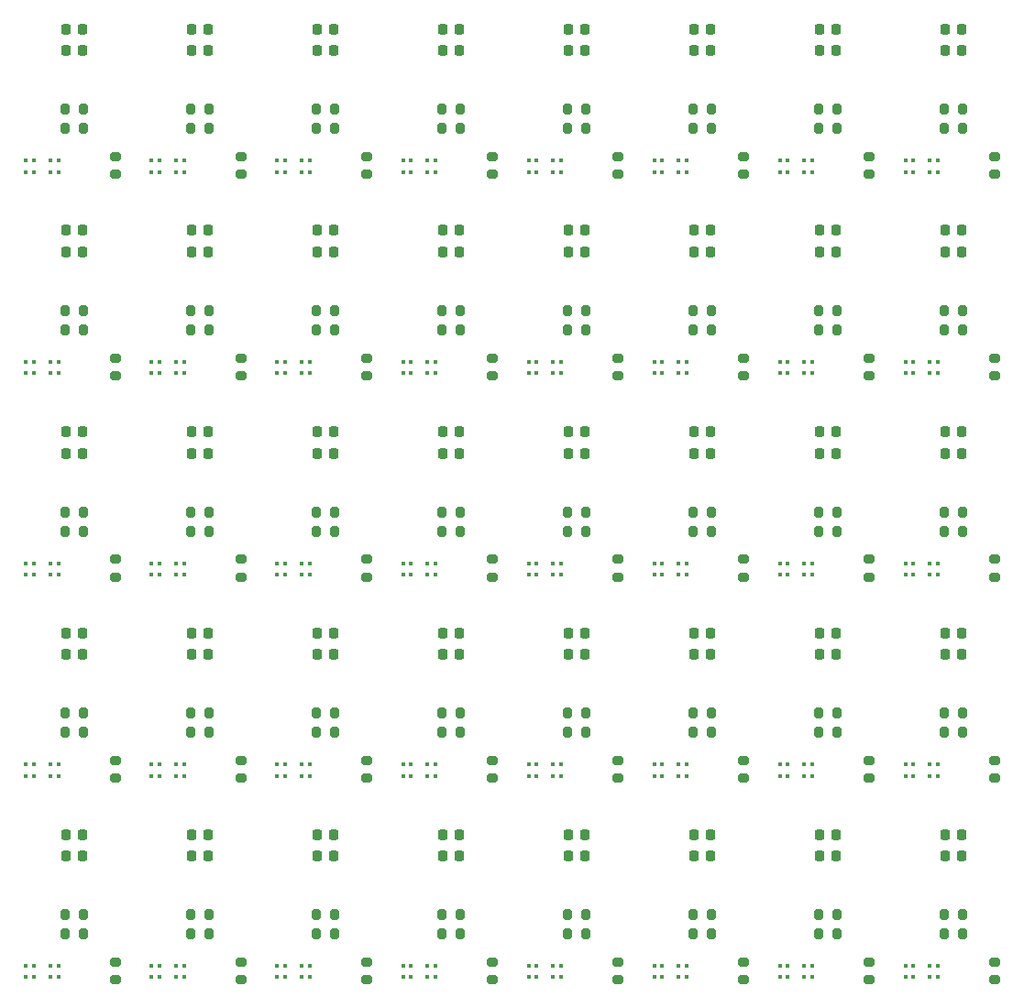
<source format=gbr>
%TF.GenerationSoftware,KiCad,Pcbnew,8.0.8*%
%TF.CreationDate,2025-03-09T21:38:22+09:00*%
%TF.ProjectId,panelized,70616e65-6c69-47a6-9564-2e6b69636164,rev?*%
%TF.SameCoordinates,Original*%
%TF.FileFunction,Paste,Bot*%
%TF.FilePolarity,Positive*%
%FSLAX46Y46*%
G04 Gerber Fmt 4.6, Leading zero omitted, Abs format (unit mm)*
G04 Created by KiCad (PCBNEW 8.0.8) date 2025-03-09 21:38:22*
%MOMM*%
%LPD*%
G01*
G04 APERTURE LIST*
G04 Aperture macros list*
%AMRoundRect*
0 Rectangle with rounded corners*
0 $1 Rounding radius*
0 $2 $3 $4 $5 $6 $7 $8 $9 X,Y pos of 4 corners*
0 Add a 4 corners polygon primitive as box body*
4,1,4,$2,$3,$4,$5,$6,$7,$8,$9,$2,$3,0*
0 Add four circle primitives for the rounded corners*
1,1,$1+$1,$2,$3*
1,1,$1+$1,$4,$5*
1,1,$1+$1,$6,$7*
1,1,$1+$1,$8,$9*
0 Add four rect primitives between the rounded corners*
20,1,$1+$1,$2,$3,$4,$5,0*
20,1,$1+$1,$4,$5,$6,$7,0*
20,1,$1+$1,$6,$7,$8,$9,0*
20,1,$1+$1,$8,$9,$2,$3,0*%
G04 Aperture macros list end*
%ADD10RoundRect,0.079500X0.079500X0.100500X-0.079500X0.100500X-0.079500X-0.100500X0.079500X-0.100500X0*%
%ADD11RoundRect,0.225000X-0.225000X-0.250000X0.225000X-0.250000X0.225000X0.250000X-0.225000X0.250000X0*%
%ADD12RoundRect,0.200000X0.200000X0.275000X-0.200000X0.275000X-0.200000X-0.275000X0.200000X-0.275000X0*%
%ADD13RoundRect,0.200000X0.275000X-0.200000X0.275000X0.200000X-0.275000X0.200000X-0.275000X-0.200000X0*%
%ADD14RoundRect,0.225000X0.225000X0.250000X-0.225000X0.250000X-0.225000X-0.250000X0.225000X-0.250000X0*%
G04 APERTURE END LIST*
D10*
%TO.C,JP3*%
X1745000Y-15850000D03*
X1055000Y-15850000D03*
%TD*%
D11*
%TO.C,C1*%
X39525000Y-24300000D03*
X41075000Y-24300000D03*
%TD*%
D10*
%TO.C,JP3*%
X59745000Y-15850000D03*
X59055000Y-15850000D03*
%TD*%
%TO.C,JP3*%
X36545000Y-53050000D03*
X35855000Y-53050000D03*
%TD*%
D12*
%TO.C,R3*%
X6325000Y-11100000D03*
X4675000Y-11100000D03*
%TD*%
D10*
%TO.C,JP3*%
X82945000Y-15850000D03*
X82255000Y-15850000D03*
%TD*%
D12*
%TO.C,R3*%
X52725000Y-29700000D03*
X51075000Y-29700000D03*
%TD*%
D11*
%TO.C,C1*%
X16325000Y-5700000D03*
X17875000Y-5700000D03*
%TD*%
D10*
%TO.C,JP2*%
X4025000Y-72700000D03*
X3335000Y-72700000D03*
%TD*%
D12*
%TO.C,R3*%
X75925000Y-11100000D03*
X74275000Y-11100000D03*
%TD*%
D10*
%TO.C,JP4*%
X13345000Y-91300000D03*
X12655000Y-91300000D03*
%TD*%
%TO.C,JP4*%
X82945000Y-35500000D03*
X82255000Y-35500000D03*
%TD*%
D12*
%TO.C,R1*%
X87525000Y-87300000D03*
X85875000Y-87300000D03*
%TD*%
%TO.C,R1*%
X64325000Y-68700000D03*
X62675000Y-68700000D03*
%TD*%
D10*
%TO.C,JP2*%
X50425000Y-16900000D03*
X49735000Y-16900000D03*
%TD*%
%TO.C,JP1*%
X62025000Y-53050000D03*
X61335000Y-53050000D03*
%TD*%
D12*
%TO.C,R1*%
X64325000Y-50100000D03*
X62675000Y-50100000D03*
%TD*%
D10*
%TO.C,JP1*%
X50425000Y-53050000D03*
X49735000Y-53050000D03*
%TD*%
D12*
%TO.C,R1*%
X17925000Y-12900000D03*
X16275000Y-12900000D03*
%TD*%
%TO.C,R1*%
X17925000Y-87300000D03*
X16275000Y-87300000D03*
%TD*%
D13*
%TO.C,R2*%
X9300000Y-17125000D03*
X9300000Y-15475000D03*
%TD*%
D10*
%TO.C,JP2*%
X73625000Y-35500000D03*
X72935000Y-35500000D03*
%TD*%
%TO.C,JP4*%
X1745000Y-72700000D03*
X1055000Y-72700000D03*
%TD*%
D11*
%TO.C,C1*%
X16325000Y-24300000D03*
X17875000Y-24300000D03*
%TD*%
D10*
%TO.C,JP1*%
X73625000Y-34450000D03*
X72935000Y-34450000D03*
%TD*%
%TO.C,JP4*%
X36545000Y-91300000D03*
X35855000Y-91300000D03*
%TD*%
D14*
%TO.C,C2*%
X6275000Y-22300000D03*
X4725000Y-22300000D03*
%TD*%
D12*
%TO.C,R3*%
X29525000Y-11100000D03*
X27875000Y-11100000D03*
%TD*%
D13*
%TO.C,R2*%
X78900000Y-91525000D03*
X78900000Y-89875000D03*
%TD*%
D10*
%TO.C,JP2*%
X38825000Y-91300000D03*
X38135000Y-91300000D03*
%TD*%
D13*
%TO.C,R2*%
X78900000Y-54325000D03*
X78900000Y-52675000D03*
%TD*%
D10*
%TO.C,JP4*%
X24945000Y-72700000D03*
X24255000Y-72700000D03*
%TD*%
D13*
%TO.C,R2*%
X55700000Y-91525000D03*
X55700000Y-89875000D03*
%TD*%
D10*
%TO.C,JP3*%
X13345000Y-15850000D03*
X12655000Y-15850000D03*
%TD*%
%TO.C,JP2*%
X15625000Y-91300000D03*
X14935000Y-91300000D03*
%TD*%
%TO.C,JP4*%
X36545000Y-72700000D03*
X35855000Y-72700000D03*
%TD*%
%TO.C,JP3*%
X71345000Y-53050000D03*
X70655000Y-53050000D03*
%TD*%
D13*
%TO.C,R2*%
X78900000Y-72925000D03*
X78900000Y-71275000D03*
%TD*%
D11*
%TO.C,C1*%
X51125000Y-24300000D03*
X52675000Y-24300000D03*
%TD*%
D14*
%TO.C,C2*%
X17875000Y-22300000D03*
X16325000Y-22300000D03*
%TD*%
D10*
%TO.C,JP3*%
X24945000Y-34450000D03*
X24255000Y-34450000D03*
%TD*%
%TO.C,JP3*%
X1745000Y-90250000D03*
X1055000Y-90250000D03*
%TD*%
D13*
%TO.C,R2*%
X44100000Y-72925000D03*
X44100000Y-71275000D03*
%TD*%
D12*
%TO.C,R1*%
X29525000Y-12900000D03*
X27875000Y-12900000D03*
%TD*%
D10*
%TO.C,JP1*%
X62025000Y-34450000D03*
X61335000Y-34450000D03*
%TD*%
%TO.C,JP4*%
X59745000Y-91300000D03*
X59055000Y-91300000D03*
%TD*%
%TO.C,JP4*%
X24945000Y-35500000D03*
X24255000Y-35500000D03*
%TD*%
D11*
%TO.C,C1*%
X85925000Y-5700000D03*
X87475000Y-5700000D03*
%TD*%
D10*
%TO.C,JP3*%
X24945000Y-71650000D03*
X24255000Y-71650000D03*
%TD*%
D12*
%TO.C,R1*%
X17925000Y-68700000D03*
X16275000Y-68700000D03*
%TD*%
D14*
%TO.C,C2*%
X87475000Y-40900000D03*
X85925000Y-40900000D03*
%TD*%
D10*
%TO.C,JP3*%
X24945000Y-15850000D03*
X24255000Y-15850000D03*
%TD*%
%TO.C,JP1*%
X85225000Y-15850000D03*
X84535000Y-15850000D03*
%TD*%
D11*
%TO.C,C1*%
X4725000Y-5700000D03*
X6275000Y-5700000D03*
%TD*%
D10*
%TO.C,JP1*%
X15625000Y-71650000D03*
X14935000Y-71650000D03*
%TD*%
%TO.C,JP2*%
X4025000Y-35500000D03*
X3335000Y-35500000D03*
%TD*%
%TO.C,JP4*%
X48145000Y-35500000D03*
X47455000Y-35500000D03*
%TD*%
D13*
%TO.C,R2*%
X55700000Y-35725000D03*
X55700000Y-34075000D03*
%TD*%
D12*
%TO.C,R3*%
X87525000Y-11100000D03*
X85875000Y-11100000D03*
%TD*%
%TO.C,R3*%
X41125000Y-66900000D03*
X39475000Y-66900000D03*
%TD*%
D10*
%TO.C,JP3*%
X36545000Y-34450000D03*
X35855000Y-34450000D03*
%TD*%
%TO.C,JP2*%
X62025000Y-54100000D03*
X61335000Y-54100000D03*
%TD*%
D13*
%TO.C,R2*%
X67300000Y-72925000D03*
X67300000Y-71275000D03*
%TD*%
D10*
%TO.C,JP2*%
X62025000Y-72700000D03*
X61335000Y-72700000D03*
%TD*%
D13*
%TO.C,R2*%
X90500000Y-35725000D03*
X90500000Y-34075000D03*
%TD*%
D10*
%TO.C,JP4*%
X71345000Y-91300000D03*
X70655000Y-91300000D03*
%TD*%
%TO.C,JP1*%
X38825000Y-90250000D03*
X38135000Y-90250000D03*
%TD*%
%TO.C,JP2*%
X15625000Y-35500000D03*
X14935000Y-35500000D03*
%TD*%
%TO.C,JP1*%
X62025000Y-90250000D03*
X61335000Y-90250000D03*
%TD*%
D13*
%TO.C,R2*%
X90500000Y-17125000D03*
X90500000Y-15475000D03*
%TD*%
D11*
%TO.C,C1*%
X74325000Y-61500000D03*
X75875000Y-61500000D03*
%TD*%
D12*
%TO.C,R3*%
X64325000Y-85500000D03*
X62675000Y-85500000D03*
%TD*%
%TO.C,R1*%
X6325000Y-87300000D03*
X4675000Y-87300000D03*
%TD*%
D13*
%TO.C,R2*%
X67300000Y-54325000D03*
X67300000Y-52675000D03*
%TD*%
D10*
%TO.C,JP1*%
X50425000Y-71650000D03*
X49735000Y-71650000D03*
%TD*%
D14*
%TO.C,C2*%
X87475000Y-78100000D03*
X85925000Y-78100000D03*
%TD*%
D12*
%TO.C,R1*%
X64325000Y-12900000D03*
X62675000Y-12900000D03*
%TD*%
D10*
%TO.C,JP1*%
X4025000Y-34450000D03*
X3335000Y-34450000D03*
%TD*%
%TO.C,JP4*%
X24945000Y-54100000D03*
X24255000Y-54100000D03*
%TD*%
D13*
%TO.C,R2*%
X78900000Y-35725000D03*
X78900000Y-34075000D03*
%TD*%
D12*
%TO.C,R3*%
X6325000Y-85500000D03*
X4675000Y-85500000D03*
%TD*%
D10*
%TO.C,JP4*%
X24945000Y-16900000D03*
X24255000Y-16900000D03*
%TD*%
%TO.C,JP4*%
X1745000Y-35500000D03*
X1055000Y-35500000D03*
%TD*%
D11*
%TO.C,C1*%
X62725000Y-24300000D03*
X64275000Y-24300000D03*
%TD*%
D10*
%TO.C,JP2*%
X85225000Y-35500000D03*
X84535000Y-35500000D03*
%TD*%
%TO.C,JP1*%
X27225000Y-34450000D03*
X26535000Y-34450000D03*
%TD*%
D12*
%TO.C,R3*%
X75925000Y-85500000D03*
X74275000Y-85500000D03*
%TD*%
D10*
%TO.C,JP3*%
X71345000Y-90250000D03*
X70655000Y-90250000D03*
%TD*%
D13*
%TO.C,R2*%
X67300000Y-35725000D03*
X67300000Y-34075000D03*
%TD*%
D10*
%TO.C,JP4*%
X48145000Y-54100000D03*
X47455000Y-54100000D03*
%TD*%
D11*
%TO.C,C1*%
X27925000Y-5700000D03*
X29475000Y-5700000D03*
%TD*%
D10*
%TO.C,JP2*%
X50425000Y-91300000D03*
X49735000Y-91300000D03*
%TD*%
D12*
%TO.C,R1*%
X75925000Y-12900000D03*
X74275000Y-12900000D03*
%TD*%
D10*
%TO.C,JP1*%
X27225000Y-15850000D03*
X26535000Y-15850000D03*
%TD*%
D12*
%TO.C,R3*%
X87525000Y-66900000D03*
X85875000Y-66900000D03*
%TD*%
D13*
%TO.C,R2*%
X20900000Y-35725000D03*
X20900000Y-34075000D03*
%TD*%
D12*
%TO.C,R1*%
X75925000Y-68700000D03*
X74275000Y-68700000D03*
%TD*%
%TO.C,R1*%
X29525000Y-87300000D03*
X27875000Y-87300000D03*
%TD*%
D10*
%TO.C,JP3*%
X59745000Y-53050000D03*
X59055000Y-53050000D03*
%TD*%
%TO.C,JP2*%
X27225000Y-54100000D03*
X26535000Y-54100000D03*
%TD*%
%TO.C,JP4*%
X82945000Y-72700000D03*
X82255000Y-72700000D03*
%TD*%
%TO.C,JP3*%
X82945000Y-53050000D03*
X82255000Y-53050000D03*
%TD*%
%TO.C,JP1*%
X4025000Y-71650000D03*
X3335000Y-71650000D03*
%TD*%
%TO.C,JP2*%
X4025000Y-54100000D03*
X3335000Y-54100000D03*
%TD*%
D12*
%TO.C,R3*%
X52725000Y-66900000D03*
X51075000Y-66900000D03*
%TD*%
D11*
%TO.C,C1*%
X85925000Y-42900000D03*
X87475000Y-42900000D03*
%TD*%
%TO.C,C1*%
X4725000Y-24300000D03*
X6275000Y-24300000D03*
%TD*%
D12*
%TO.C,R1*%
X41125000Y-31500000D03*
X39475000Y-31500000D03*
%TD*%
D11*
%TO.C,C1*%
X39525000Y-5700000D03*
X41075000Y-5700000D03*
%TD*%
D10*
%TO.C,JP4*%
X59745000Y-72700000D03*
X59055000Y-72700000D03*
%TD*%
D11*
%TO.C,C1*%
X51125000Y-80100000D03*
X52675000Y-80100000D03*
%TD*%
D10*
%TO.C,JP2*%
X62025000Y-35500000D03*
X61335000Y-35500000D03*
%TD*%
%TO.C,JP4*%
X13345000Y-35500000D03*
X12655000Y-35500000D03*
%TD*%
D13*
%TO.C,R2*%
X32500000Y-35725000D03*
X32500000Y-34075000D03*
%TD*%
D10*
%TO.C,JP3*%
X48145000Y-53050000D03*
X47455000Y-53050000D03*
%TD*%
D11*
%TO.C,C1*%
X51125000Y-61500000D03*
X52675000Y-61500000D03*
%TD*%
D12*
%TO.C,R1*%
X6325000Y-12900000D03*
X4675000Y-12900000D03*
%TD*%
D10*
%TO.C,JP2*%
X38825000Y-35500000D03*
X38135000Y-35500000D03*
%TD*%
%TO.C,JP1*%
X50425000Y-34450000D03*
X49735000Y-34450000D03*
%TD*%
%TO.C,JP4*%
X82945000Y-54100000D03*
X82255000Y-54100000D03*
%TD*%
D12*
%TO.C,R3*%
X17925000Y-85500000D03*
X16275000Y-85500000D03*
%TD*%
D10*
%TO.C,JP3*%
X1745000Y-53050000D03*
X1055000Y-53050000D03*
%TD*%
%TO.C,JP1*%
X27225000Y-71650000D03*
X26535000Y-71650000D03*
%TD*%
%TO.C,JP3*%
X59745000Y-34450000D03*
X59055000Y-34450000D03*
%TD*%
D14*
%TO.C,C2*%
X75875000Y-40900000D03*
X74325000Y-40900000D03*
%TD*%
D11*
%TO.C,C1*%
X62725000Y-5700000D03*
X64275000Y-5700000D03*
%TD*%
D12*
%TO.C,R3*%
X75925000Y-48300000D03*
X74275000Y-48300000D03*
%TD*%
%TO.C,R3*%
X17925000Y-11100000D03*
X16275000Y-11100000D03*
%TD*%
D10*
%TO.C,JP3*%
X82945000Y-90250000D03*
X82255000Y-90250000D03*
%TD*%
D14*
%TO.C,C2*%
X29475000Y-59500000D03*
X27925000Y-59500000D03*
%TD*%
D13*
%TO.C,R2*%
X9300000Y-54325000D03*
X9300000Y-52675000D03*
%TD*%
D12*
%TO.C,R1*%
X75925000Y-87300000D03*
X74275000Y-87300000D03*
%TD*%
D10*
%TO.C,JP2*%
X73625000Y-72700000D03*
X72935000Y-72700000D03*
%TD*%
%TO.C,JP4*%
X13345000Y-72700000D03*
X12655000Y-72700000D03*
%TD*%
%TO.C,JP2*%
X15625000Y-54100000D03*
X14935000Y-54100000D03*
%TD*%
D14*
%TO.C,C2*%
X64275000Y-40900000D03*
X62725000Y-40900000D03*
%TD*%
D10*
%TO.C,JP4*%
X1745000Y-54100000D03*
X1055000Y-54100000D03*
%TD*%
%TO.C,JP2*%
X15625000Y-72700000D03*
X14935000Y-72700000D03*
%TD*%
D13*
%TO.C,R2*%
X44100000Y-17125000D03*
X44100000Y-15475000D03*
%TD*%
D10*
%TO.C,JP4*%
X71345000Y-16900000D03*
X70655000Y-16900000D03*
%TD*%
%TO.C,JP1*%
X15625000Y-90250000D03*
X14935000Y-90250000D03*
%TD*%
D12*
%TO.C,R1*%
X87525000Y-68700000D03*
X85875000Y-68700000D03*
%TD*%
D11*
%TO.C,C1*%
X85925000Y-61500000D03*
X87475000Y-61500000D03*
%TD*%
D14*
%TO.C,C2*%
X17875000Y-3700000D03*
X16325000Y-3700000D03*
%TD*%
D13*
%TO.C,R2*%
X32500000Y-72925000D03*
X32500000Y-71275000D03*
%TD*%
D10*
%TO.C,JP1*%
X85225000Y-90250000D03*
X84535000Y-90250000D03*
%TD*%
%TO.C,JP4*%
X82945000Y-16900000D03*
X82255000Y-16900000D03*
%TD*%
%TO.C,JP4*%
X13345000Y-54100000D03*
X12655000Y-54100000D03*
%TD*%
%TO.C,JP2*%
X85225000Y-16900000D03*
X84535000Y-16900000D03*
%TD*%
D12*
%TO.C,R3*%
X75925000Y-29700000D03*
X74275000Y-29700000D03*
%TD*%
D10*
%TO.C,JP4*%
X71345000Y-72700000D03*
X70655000Y-72700000D03*
%TD*%
D12*
%TO.C,R3*%
X52725000Y-48300000D03*
X51075000Y-48300000D03*
%TD*%
D13*
%TO.C,R2*%
X20900000Y-54325000D03*
X20900000Y-52675000D03*
%TD*%
D12*
%TO.C,R1*%
X41125000Y-50100000D03*
X39475000Y-50100000D03*
%TD*%
%TO.C,R3*%
X41125000Y-85500000D03*
X39475000Y-85500000D03*
%TD*%
D11*
%TO.C,C1*%
X27925000Y-80100000D03*
X29475000Y-80100000D03*
%TD*%
D10*
%TO.C,JP3*%
X36545000Y-71650000D03*
X35855000Y-71650000D03*
%TD*%
D12*
%TO.C,R3*%
X17925000Y-48300000D03*
X16275000Y-48300000D03*
%TD*%
D14*
%TO.C,C2*%
X6275000Y-78100000D03*
X4725000Y-78100000D03*
%TD*%
%TO.C,C2*%
X87475000Y-59500000D03*
X85925000Y-59500000D03*
%TD*%
%TO.C,C2*%
X6275000Y-3700000D03*
X4725000Y-3700000D03*
%TD*%
D10*
%TO.C,JP2*%
X85225000Y-54100000D03*
X84535000Y-54100000D03*
%TD*%
D11*
%TO.C,C1*%
X4725000Y-80100000D03*
X6275000Y-80100000D03*
%TD*%
%TO.C,C1*%
X85925000Y-80100000D03*
X87475000Y-80100000D03*
%TD*%
D13*
%TO.C,R2*%
X55700000Y-54325000D03*
X55700000Y-52675000D03*
%TD*%
D10*
%TO.C,JP4*%
X71345000Y-54100000D03*
X70655000Y-54100000D03*
%TD*%
D13*
%TO.C,R2*%
X32500000Y-17125000D03*
X32500000Y-15475000D03*
%TD*%
D10*
%TO.C,JP3*%
X48145000Y-15850000D03*
X47455000Y-15850000D03*
%TD*%
D12*
%TO.C,R1*%
X52725000Y-12900000D03*
X51075000Y-12900000D03*
%TD*%
D13*
%TO.C,R2*%
X32500000Y-91525000D03*
X32500000Y-89875000D03*
%TD*%
D12*
%TO.C,R3*%
X87525000Y-85500000D03*
X85875000Y-85500000D03*
%TD*%
D14*
%TO.C,C2*%
X64275000Y-59500000D03*
X62725000Y-59500000D03*
%TD*%
D12*
%TO.C,R1*%
X75925000Y-50100000D03*
X74275000Y-50100000D03*
%TD*%
D10*
%TO.C,JP3*%
X59745000Y-71650000D03*
X59055000Y-71650000D03*
%TD*%
%TO.C,JP3*%
X13345000Y-53050000D03*
X12655000Y-53050000D03*
%TD*%
%TO.C,JP3*%
X82945000Y-34450000D03*
X82255000Y-34450000D03*
%TD*%
D12*
%TO.C,R3*%
X29525000Y-85500000D03*
X27875000Y-85500000D03*
%TD*%
D10*
%TO.C,JP1*%
X4025000Y-53050000D03*
X3335000Y-53050000D03*
%TD*%
%TO.C,JP1*%
X38825000Y-71650000D03*
X38135000Y-71650000D03*
%TD*%
D12*
%TO.C,R3*%
X6325000Y-29700000D03*
X4675000Y-29700000D03*
%TD*%
%TO.C,R3*%
X87525000Y-48300000D03*
X85875000Y-48300000D03*
%TD*%
D10*
%TO.C,JP1*%
X4025000Y-90250000D03*
X3335000Y-90250000D03*
%TD*%
D12*
%TO.C,R1*%
X6325000Y-50100000D03*
X4675000Y-50100000D03*
%TD*%
D11*
%TO.C,C1*%
X27925000Y-42900000D03*
X29475000Y-42900000D03*
%TD*%
D14*
%TO.C,C2*%
X29475000Y-3700000D03*
X27925000Y-3700000D03*
%TD*%
D10*
%TO.C,JP1*%
X38825000Y-34450000D03*
X38135000Y-34450000D03*
%TD*%
D12*
%TO.C,R1*%
X87525000Y-31500000D03*
X85875000Y-31500000D03*
%TD*%
D10*
%TO.C,JP1*%
X85225000Y-71650000D03*
X84535000Y-71650000D03*
%TD*%
%TO.C,JP1*%
X73625000Y-15850000D03*
X72935000Y-15850000D03*
%TD*%
D12*
%TO.C,R3*%
X64325000Y-29700000D03*
X62675000Y-29700000D03*
%TD*%
%TO.C,R3*%
X75925000Y-66900000D03*
X74275000Y-66900000D03*
%TD*%
D10*
%TO.C,JP4*%
X1745000Y-91300000D03*
X1055000Y-91300000D03*
%TD*%
%TO.C,JP3*%
X48145000Y-34450000D03*
X47455000Y-34450000D03*
%TD*%
%TO.C,JP1*%
X15625000Y-53050000D03*
X14935000Y-53050000D03*
%TD*%
D11*
%TO.C,C1*%
X62725000Y-80100000D03*
X64275000Y-80100000D03*
%TD*%
D10*
%TO.C,JP2*%
X38825000Y-54100000D03*
X38135000Y-54100000D03*
%TD*%
%TO.C,JP3*%
X1745000Y-34450000D03*
X1055000Y-34450000D03*
%TD*%
%TO.C,JP1*%
X15625000Y-34450000D03*
X14935000Y-34450000D03*
%TD*%
%TO.C,JP1*%
X73625000Y-53050000D03*
X72935000Y-53050000D03*
%TD*%
%TO.C,JP3*%
X48145000Y-90250000D03*
X47455000Y-90250000D03*
%TD*%
D12*
%TO.C,R1*%
X41125000Y-68700000D03*
X39475000Y-68700000D03*
%TD*%
D10*
%TO.C,JP4*%
X48145000Y-91300000D03*
X47455000Y-91300000D03*
%TD*%
D13*
%TO.C,R2*%
X67300000Y-91525000D03*
X67300000Y-89875000D03*
%TD*%
D11*
%TO.C,C1*%
X27925000Y-61500000D03*
X29475000Y-61500000D03*
%TD*%
%TO.C,C1*%
X39525000Y-80100000D03*
X41075000Y-80100000D03*
%TD*%
D12*
%TO.C,R3*%
X17925000Y-66900000D03*
X16275000Y-66900000D03*
%TD*%
D10*
%TO.C,JP2*%
X50425000Y-54100000D03*
X49735000Y-54100000D03*
%TD*%
%TO.C,JP2*%
X85225000Y-91300000D03*
X84535000Y-91300000D03*
%TD*%
D13*
%TO.C,R2*%
X55700000Y-72925000D03*
X55700000Y-71275000D03*
%TD*%
D10*
%TO.C,JP4*%
X24945000Y-91300000D03*
X24255000Y-91300000D03*
%TD*%
D14*
%TO.C,C2*%
X75875000Y-3700000D03*
X74325000Y-3700000D03*
%TD*%
D13*
%TO.C,R2*%
X44100000Y-91525000D03*
X44100000Y-89875000D03*
%TD*%
D14*
%TO.C,C2*%
X87475000Y-3700000D03*
X85925000Y-3700000D03*
%TD*%
%TO.C,C2*%
X17875000Y-40900000D03*
X16325000Y-40900000D03*
%TD*%
D10*
%TO.C,JP2*%
X73625000Y-91300000D03*
X72935000Y-91300000D03*
%TD*%
D13*
%TO.C,R2*%
X20900000Y-91525000D03*
X20900000Y-89875000D03*
%TD*%
D10*
%TO.C,JP3*%
X24945000Y-90250000D03*
X24255000Y-90250000D03*
%TD*%
D11*
%TO.C,C1*%
X85925000Y-24300000D03*
X87475000Y-24300000D03*
%TD*%
D10*
%TO.C,JP2*%
X15625000Y-16900000D03*
X14935000Y-16900000D03*
%TD*%
D14*
%TO.C,C2*%
X52675000Y-40900000D03*
X51125000Y-40900000D03*
%TD*%
D12*
%TO.C,R3*%
X41125000Y-29700000D03*
X39475000Y-29700000D03*
%TD*%
D10*
%TO.C,JP2*%
X27225000Y-91300000D03*
X26535000Y-91300000D03*
%TD*%
D13*
%TO.C,R2*%
X90500000Y-54325000D03*
X90500000Y-52675000D03*
%TD*%
D10*
%TO.C,JP1*%
X50425000Y-15850000D03*
X49735000Y-15850000D03*
%TD*%
D12*
%TO.C,R1*%
X41125000Y-12900000D03*
X39475000Y-12900000D03*
%TD*%
D10*
%TO.C,JP4*%
X59745000Y-54100000D03*
X59055000Y-54100000D03*
%TD*%
D13*
%TO.C,R2*%
X9300000Y-72925000D03*
X9300000Y-71275000D03*
%TD*%
D10*
%TO.C,JP4*%
X48145000Y-72700000D03*
X47455000Y-72700000D03*
%TD*%
D12*
%TO.C,R1*%
X87525000Y-50100000D03*
X85875000Y-50100000D03*
%TD*%
D13*
%TO.C,R2*%
X20900000Y-17125000D03*
X20900000Y-15475000D03*
%TD*%
D10*
%TO.C,JP2*%
X4025000Y-16900000D03*
X3335000Y-16900000D03*
%TD*%
D12*
%TO.C,R3*%
X17925000Y-29700000D03*
X16275000Y-29700000D03*
%TD*%
%TO.C,R3*%
X29525000Y-48300000D03*
X27875000Y-48300000D03*
%TD*%
%TO.C,R1*%
X29525000Y-68700000D03*
X27875000Y-68700000D03*
%TD*%
%TO.C,R1*%
X29525000Y-31500000D03*
X27875000Y-31500000D03*
%TD*%
D10*
%TO.C,JP1*%
X38825000Y-15850000D03*
X38135000Y-15850000D03*
%TD*%
D12*
%TO.C,R1*%
X64325000Y-31500000D03*
X62675000Y-31500000D03*
%TD*%
%TO.C,R3*%
X6325000Y-48300000D03*
X4675000Y-48300000D03*
%TD*%
D14*
%TO.C,C2*%
X52675000Y-22300000D03*
X51125000Y-22300000D03*
%TD*%
%TO.C,C2*%
X41075000Y-78100000D03*
X39525000Y-78100000D03*
%TD*%
D10*
%TO.C,JP2*%
X62025000Y-91300000D03*
X61335000Y-91300000D03*
%TD*%
%TO.C,JP1*%
X62025000Y-71650000D03*
X61335000Y-71650000D03*
%TD*%
D14*
%TO.C,C2*%
X41075000Y-22300000D03*
X39525000Y-22300000D03*
%TD*%
D12*
%TO.C,R1*%
X52725000Y-68700000D03*
X51075000Y-68700000D03*
%TD*%
D14*
%TO.C,C2*%
X75875000Y-78100000D03*
X74325000Y-78100000D03*
%TD*%
D13*
%TO.C,R2*%
X9300000Y-91525000D03*
X9300000Y-89875000D03*
%TD*%
D12*
%TO.C,R3*%
X87525000Y-29700000D03*
X85875000Y-29700000D03*
%TD*%
D10*
%TO.C,JP3*%
X13345000Y-34450000D03*
X12655000Y-34450000D03*
%TD*%
D11*
%TO.C,C1*%
X51125000Y-5700000D03*
X52675000Y-5700000D03*
%TD*%
D13*
%TO.C,R2*%
X90500000Y-72925000D03*
X90500000Y-71275000D03*
%TD*%
D10*
%TO.C,JP4*%
X36545000Y-16900000D03*
X35855000Y-16900000D03*
%TD*%
D11*
%TO.C,C1*%
X39525000Y-42900000D03*
X41075000Y-42900000D03*
%TD*%
D10*
%TO.C,JP1*%
X27225000Y-90250000D03*
X26535000Y-90250000D03*
%TD*%
%TO.C,JP1*%
X85225000Y-34450000D03*
X84535000Y-34450000D03*
%TD*%
D11*
%TO.C,C1*%
X16325000Y-42900000D03*
X17875000Y-42900000D03*
%TD*%
D10*
%TO.C,JP3*%
X13345000Y-71650000D03*
X12655000Y-71650000D03*
%TD*%
D12*
%TO.C,R1*%
X52725000Y-87300000D03*
X51075000Y-87300000D03*
%TD*%
D10*
%TO.C,JP1*%
X85225000Y-53050000D03*
X84535000Y-53050000D03*
%TD*%
D13*
%TO.C,R2*%
X78900000Y-17125000D03*
X78900000Y-15475000D03*
%TD*%
D10*
%TO.C,JP3*%
X59745000Y-90250000D03*
X59055000Y-90250000D03*
%TD*%
D14*
%TO.C,C2*%
X64275000Y-3700000D03*
X62725000Y-3700000D03*
%TD*%
%TO.C,C2*%
X29475000Y-22300000D03*
X27925000Y-22300000D03*
%TD*%
%TO.C,C2*%
X6275000Y-40900000D03*
X4725000Y-40900000D03*
%TD*%
D12*
%TO.C,R3*%
X64325000Y-11100000D03*
X62675000Y-11100000D03*
%TD*%
D11*
%TO.C,C1*%
X16325000Y-61500000D03*
X17875000Y-61500000D03*
%TD*%
D10*
%TO.C,JP1*%
X4025000Y-15850000D03*
X3335000Y-15850000D03*
%TD*%
%TO.C,JP3*%
X36545000Y-15850000D03*
X35855000Y-15850000D03*
%TD*%
D12*
%TO.C,R1*%
X52725000Y-50100000D03*
X51075000Y-50100000D03*
%TD*%
D10*
%TO.C,JP1*%
X62025000Y-15850000D03*
X61335000Y-15850000D03*
%TD*%
D13*
%TO.C,R2*%
X44100000Y-35725000D03*
X44100000Y-34075000D03*
%TD*%
D14*
%TO.C,C2*%
X52675000Y-3700000D03*
X51125000Y-3700000D03*
%TD*%
D10*
%TO.C,JP3*%
X13345000Y-90250000D03*
X12655000Y-90250000D03*
%TD*%
D12*
%TO.C,R3*%
X29525000Y-66900000D03*
X27875000Y-66900000D03*
%TD*%
D10*
%TO.C,JP3*%
X71345000Y-71650000D03*
X70655000Y-71650000D03*
%TD*%
%TO.C,JP2*%
X27225000Y-16900000D03*
X26535000Y-16900000D03*
%TD*%
%TO.C,JP3*%
X71345000Y-34450000D03*
X70655000Y-34450000D03*
%TD*%
D13*
%TO.C,R2*%
X9300000Y-35725000D03*
X9300000Y-34075000D03*
%TD*%
D10*
%TO.C,JP2*%
X27225000Y-72700000D03*
X26535000Y-72700000D03*
%TD*%
D14*
%TO.C,C2*%
X52675000Y-59500000D03*
X51125000Y-59500000D03*
%TD*%
D10*
%TO.C,JP3*%
X48145000Y-71650000D03*
X47455000Y-71650000D03*
%TD*%
D14*
%TO.C,C2*%
X64275000Y-78100000D03*
X62725000Y-78100000D03*
%TD*%
D10*
%TO.C,JP1*%
X73625000Y-71650000D03*
X72935000Y-71650000D03*
%TD*%
D12*
%TO.C,R1*%
X75925000Y-31500000D03*
X74275000Y-31500000D03*
%TD*%
%TO.C,R1*%
X17925000Y-50100000D03*
X16275000Y-50100000D03*
%TD*%
%TO.C,R3*%
X64325000Y-48300000D03*
X62675000Y-48300000D03*
%TD*%
D10*
%TO.C,JP4*%
X36545000Y-35500000D03*
X35855000Y-35500000D03*
%TD*%
D14*
%TO.C,C2*%
X29475000Y-40900000D03*
X27925000Y-40900000D03*
%TD*%
D10*
%TO.C,JP4*%
X48145000Y-16900000D03*
X47455000Y-16900000D03*
%TD*%
D13*
%TO.C,R2*%
X90500000Y-91525000D03*
X90500000Y-89875000D03*
%TD*%
D14*
%TO.C,C2*%
X17875000Y-59500000D03*
X16325000Y-59500000D03*
%TD*%
D12*
%TO.C,R3*%
X6325000Y-66900000D03*
X4675000Y-66900000D03*
%TD*%
D10*
%TO.C,JP2*%
X38825000Y-72700000D03*
X38135000Y-72700000D03*
%TD*%
D13*
%TO.C,R2*%
X20900000Y-72925000D03*
X20900000Y-71275000D03*
%TD*%
D12*
%TO.C,R1*%
X29525000Y-50100000D03*
X27875000Y-50100000D03*
%TD*%
D13*
%TO.C,R2*%
X44100000Y-54325000D03*
X44100000Y-52675000D03*
%TD*%
D10*
%TO.C,JP4*%
X1745000Y-16900000D03*
X1055000Y-16900000D03*
%TD*%
%TO.C,JP2*%
X50425000Y-35500000D03*
X49735000Y-35500000D03*
%TD*%
D12*
%TO.C,R3*%
X29525000Y-29700000D03*
X27875000Y-29700000D03*
%TD*%
D14*
%TO.C,C2*%
X75875000Y-22300000D03*
X74325000Y-22300000D03*
%TD*%
D11*
%TO.C,C1*%
X51125000Y-42900000D03*
X52675000Y-42900000D03*
%TD*%
D10*
%TO.C,JP2*%
X50425000Y-72700000D03*
X49735000Y-72700000D03*
%TD*%
%TO.C,JP2*%
X27225000Y-35500000D03*
X26535000Y-35500000D03*
%TD*%
D14*
%TO.C,C2*%
X64275000Y-22300000D03*
X62725000Y-22300000D03*
%TD*%
D10*
%TO.C,JP1*%
X38825000Y-53050000D03*
X38135000Y-53050000D03*
%TD*%
%TO.C,JP3*%
X36545000Y-90250000D03*
X35855000Y-90250000D03*
%TD*%
D11*
%TO.C,C1*%
X62725000Y-42900000D03*
X64275000Y-42900000D03*
%TD*%
D12*
%TO.C,R1*%
X6325000Y-31500000D03*
X4675000Y-31500000D03*
%TD*%
D10*
%TO.C,JP4*%
X13345000Y-16900000D03*
X12655000Y-16900000D03*
%TD*%
%TO.C,JP2*%
X38825000Y-16900000D03*
X38135000Y-16900000D03*
%TD*%
%TO.C,JP3*%
X82945000Y-71650000D03*
X82255000Y-71650000D03*
%TD*%
D12*
%TO.C,R3*%
X41125000Y-11100000D03*
X39475000Y-11100000D03*
%TD*%
D11*
%TO.C,C1*%
X74325000Y-5700000D03*
X75875000Y-5700000D03*
%TD*%
D10*
%TO.C,JP1*%
X50425000Y-90250000D03*
X49735000Y-90250000D03*
%TD*%
D12*
%TO.C,R1*%
X17925000Y-31500000D03*
X16275000Y-31500000D03*
%TD*%
%TO.C,R1*%
X6325000Y-68700000D03*
X4675000Y-68700000D03*
%TD*%
%TO.C,R1*%
X41125000Y-87300000D03*
X39475000Y-87300000D03*
%TD*%
D11*
%TO.C,C1*%
X27925000Y-24300000D03*
X29475000Y-24300000D03*
%TD*%
D12*
%TO.C,R3*%
X52725000Y-11100000D03*
X51075000Y-11100000D03*
%TD*%
D11*
%TO.C,C1*%
X62725000Y-61500000D03*
X64275000Y-61500000D03*
%TD*%
D10*
%TO.C,JP4*%
X59745000Y-35500000D03*
X59055000Y-35500000D03*
%TD*%
D12*
%TO.C,R1*%
X52725000Y-31500000D03*
X51075000Y-31500000D03*
%TD*%
D10*
%TO.C,JP3*%
X1745000Y-71650000D03*
X1055000Y-71650000D03*
%TD*%
D12*
%TO.C,R1*%
X87525000Y-12900000D03*
X85875000Y-12900000D03*
%TD*%
%TO.C,R1*%
X64325000Y-87300000D03*
X62675000Y-87300000D03*
%TD*%
D11*
%TO.C,C1*%
X4725000Y-42900000D03*
X6275000Y-42900000D03*
%TD*%
D10*
%TO.C,JP3*%
X71345000Y-15850000D03*
X70655000Y-15850000D03*
%TD*%
%TO.C,JP2*%
X62025000Y-16900000D03*
X61335000Y-16900000D03*
%TD*%
%TO.C,JP2*%
X73625000Y-16900000D03*
X72935000Y-16900000D03*
%TD*%
D14*
%TO.C,C2*%
X6275000Y-59500000D03*
X4725000Y-59500000D03*
%TD*%
D10*
%TO.C,JP2*%
X4025000Y-91300000D03*
X3335000Y-91300000D03*
%TD*%
%TO.C,JP1*%
X27225000Y-53050000D03*
X26535000Y-53050000D03*
%TD*%
D11*
%TO.C,C1*%
X74325000Y-42900000D03*
X75875000Y-42900000D03*
%TD*%
D12*
%TO.C,R3*%
X64325000Y-66900000D03*
X62675000Y-66900000D03*
%TD*%
D11*
%TO.C,C1*%
X74325000Y-80100000D03*
X75875000Y-80100000D03*
%TD*%
D14*
%TO.C,C2*%
X52675000Y-78100000D03*
X51125000Y-78100000D03*
%TD*%
D13*
%TO.C,R2*%
X55700000Y-17125000D03*
X55700000Y-15475000D03*
%TD*%
D11*
%TO.C,C1*%
X39525000Y-61500000D03*
X41075000Y-61500000D03*
%TD*%
%TO.C,C1*%
X74325000Y-24300000D03*
X75875000Y-24300000D03*
%TD*%
D10*
%TO.C,JP1*%
X15625000Y-15850000D03*
X14935000Y-15850000D03*
%TD*%
%TO.C,JP4*%
X59745000Y-16900000D03*
X59055000Y-16900000D03*
%TD*%
D11*
%TO.C,C1*%
X4725000Y-61500000D03*
X6275000Y-61500000D03*
%TD*%
D14*
%TO.C,C2*%
X41075000Y-3700000D03*
X39525000Y-3700000D03*
%TD*%
D10*
%TO.C,JP1*%
X73625000Y-90250000D03*
X72935000Y-90250000D03*
%TD*%
D14*
%TO.C,C2*%
X75875000Y-59500000D03*
X74325000Y-59500000D03*
%TD*%
%TO.C,C2*%
X87475000Y-22300000D03*
X85925000Y-22300000D03*
%TD*%
%TO.C,C2*%
X41075000Y-40900000D03*
X39525000Y-40900000D03*
%TD*%
D13*
%TO.C,R2*%
X67300000Y-17125000D03*
X67300000Y-15475000D03*
%TD*%
D10*
%TO.C,JP2*%
X85225000Y-72700000D03*
X84535000Y-72700000D03*
%TD*%
D11*
%TO.C,C1*%
X16325000Y-80100000D03*
X17875000Y-80100000D03*
%TD*%
D14*
%TO.C,C2*%
X41075000Y-59500000D03*
X39525000Y-59500000D03*
%TD*%
D13*
%TO.C,R2*%
X32500000Y-54325000D03*
X32500000Y-52675000D03*
%TD*%
D10*
%TO.C,JP4*%
X36545000Y-54100000D03*
X35855000Y-54100000D03*
%TD*%
D14*
%TO.C,C2*%
X29475000Y-78100000D03*
X27925000Y-78100000D03*
%TD*%
D12*
%TO.C,R3*%
X52725000Y-85500000D03*
X51075000Y-85500000D03*
%TD*%
D10*
%TO.C,JP3*%
X24945000Y-53050000D03*
X24255000Y-53050000D03*
%TD*%
D14*
%TO.C,C2*%
X17875000Y-78100000D03*
X16325000Y-78100000D03*
%TD*%
D10*
%TO.C,JP4*%
X71345000Y-35500000D03*
X70655000Y-35500000D03*
%TD*%
%TO.C,JP2*%
X73625000Y-54100000D03*
X72935000Y-54100000D03*
%TD*%
D12*
%TO.C,R3*%
X41125000Y-48300000D03*
X39475000Y-48300000D03*
%TD*%
D10*
%TO.C,JP4*%
X82945000Y-91300000D03*
X82255000Y-91300000D03*
%TD*%
M02*

</source>
